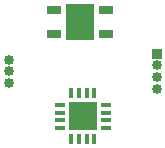
<source format=gbs>
G04 #@! TF.GenerationSoftware,KiCad,Pcbnew,8.0.6*
G04 #@! TF.CreationDate,2025-07-17T13:08:24-05:00*
G04 #@! TF.ProjectId,DetectorAcc,44657465-6374-46f7-9241-63632e6b6963,rev?*
G04 #@! TF.SameCoordinates,Original*
G04 #@! TF.FileFunction,Soldermask,Bot*
G04 #@! TF.FilePolarity,Negative*
%FSLAX46Y46*%
G04 Gerber Fmt 4.6, Leading zero omitted, Abs format (unit mm)*
G04 Created by KiCad (PCBNEW 8.0.6) date 2025-07-17 13:08:24*
%MOMM*%
%LPD*%
G01*
G04 APERTURE LIST*
%ADD10C,0.850000*%
%ADD11O,0.850000X0.850000*%
%ADD12R,0.850000X0.850000*%
%ADD13R,0.863600X0.304800*%
%ADD14R,0.304800X0.863600*%
%ADD15R,2.438400X2.438400*%
%ADD16R,1.193800X0.762000*%
%ADD17R,2.489200X3.098800*%
G04 APERTURE END LIST*
D10*
X129750000Y-78187500D03*
D11*
X129750000Y-79187500D03*
X129750000Y-80187500D03*
D12*
X142250000Y-77687500D03*
D11*
X142250000Y-78687500D03*
X142250000Y-79687500D03*
X142250000Y-80687500D03*
D13*
X137943100Y-82025001D03*
X137943100Y-82674999D03*
X137943100Y-83325001D03*
X137943100Y-83974999D03*
D14*
X136974999Y-84943100D03*
X136325001Y-84943100D03*
X135674999Y-84943100D03*
X135025001Y-84943100D03*
D13*
X134056900Y-83974999D03*
X134056900Y-83325001D03*
X134056900Y-82674999D03*
X134056900Y-82025001D03*
D14*
X135025001Y-81056900D03*
X135674999Y-81056900D03*
X136325001Y-81056900D03*
X136974999Y-81056900D03*
D15*
X136000000Y-83000000D03*
D16*
X138000000Y-74000000D03*
X138000000Y-76000002D03*
X133580400Y-76000002D03*
X133580400Y-74000000D03*
D17*
X135790200Y-75000001D03*
M02*

</source>
